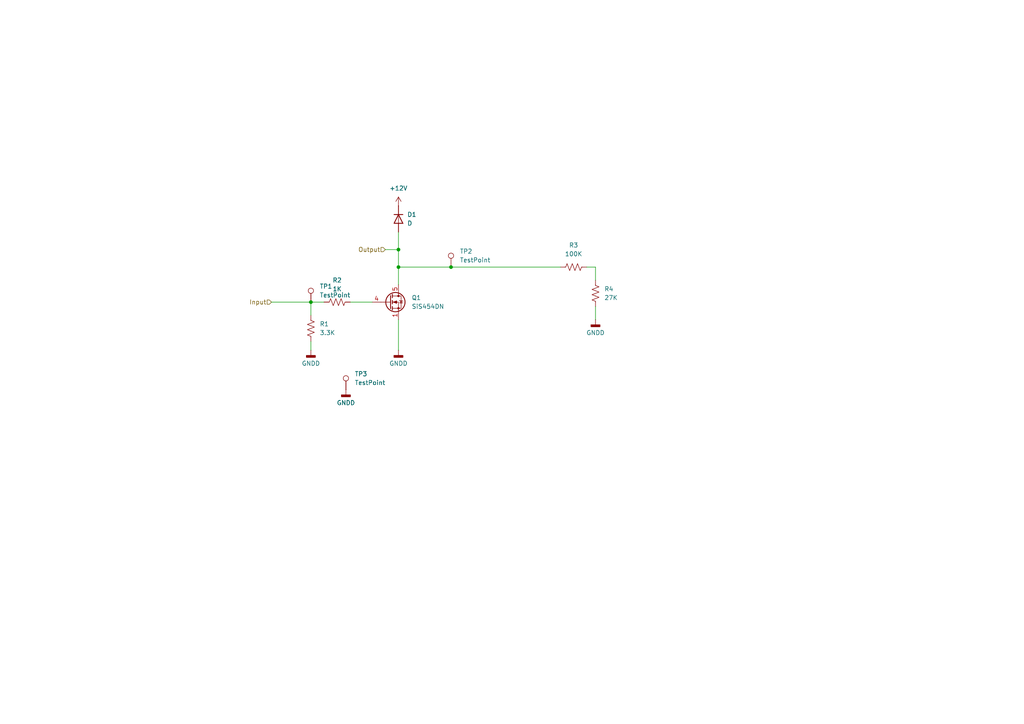
<source format=kicad_sch>
(kicad_sch (version 20231120) (generator "eeschema") (generator_version "8.0")
  (paper "A4")
  (lib_symbols
    (symbol "Connector:TestPoint" (pin_numbers hide) (pin_names (offset 0.762) hide)
      (property "Reference" "TP" (at 0 6.858 0))
      (property "Value" "TestPoint" (at 0 5.08 0))
      (symbol "TestPoint_0_1"
        (circle (center 0 3.302) (radius 0.762))
      )
      (symbol "TestPoint_1_1"
        (pin passive line (at 0 0 90) (length 2.54) (name "1") (number "1"))
      )
    )
    (symbol "Device:D" (pin_numbers hide) (pin_names (offset 1.016) hide)
      (property "Reference" "D" (at 0 2.54 0))
      (property "Value" "D" (at 0 -2.54 0))
      (symbol "D_0_1"
        (polyline (pts (xy -1.27 1.27) (xy -1.27 -1.27)) (stroke (width 0.254)))
        (polyline (pts (xy 1.27 0) (xy -1.27 0)))
        (polyline (pts (xy 1.27 1.27) (xy 1.27 -1.27) (xy -1.27 0) (xy 1.27 1.27)) (stroke (width 0.254)))
      )
      (symbol "D_1_1"
        (pin passive line (at -3.81 0 0) (length 2.54) (name "K") (number "1"))
        (pin passive line (at 3.81 0 180) (length 2.54) (name "A") (number "2"))
      )
    )
    (symbol "Device:R_US" (pin_numbers hide) (pin_names (offset 0))
      (property "Reference" "R" (at 2.54 0 90))
      (property "Value" "R_US" (at -2.54 0 90))
      (symbol "R_US_0_1"
        (polyline (pts (xy 0 -2.286) (xy 0 -2.54)))
        (polyline (pts (xy 0 2.286) (xy 0 2.54)))
        (polyline (pts (xy 0 -0.762) (xy 1.016 -1.143) (xy 0 -1.524) (xy -1.016 -1.905) (xy 0 -2.286)))
        (polyline (pts (xy 0 0.762) (xy 1.016 0.381) (xy 0 0) (xy -1.016 -0.381) (xy 0 -0.762)))
        (polyline (pts (xy 0 2.286) (xy 1.016 1.905) (xy 0 1.524) (xy -1.016 1.143) (xy 0 0.762)))
      )
      (symbol "R_US_1_1"
        (pin passive line (at 0 3.81 270) (length 1.27) (name "~") (number "1"))
        (pin passive line (at 0 -3.81 90) (length 1.27) (name "~") (number "2"))
      )
    )
    (symbol "Transistor_FET:SiS454DN" (pin_names hide)
      (property "Reference" "Q" (at 5.08 1.905 0))
      (property "Value" "SiS454DN" (at 5.08 0 0))
      (symbol "SiS454DN_0_1"
        (polyline (pts (xy 0.254 0) (xy -2.54 0)))
        (polyline (pts (xy 0.254 1.905) (xy 0.254 -1.905)) (stroke (width 0.254)))
        (polyline (pts (xy 0.762 -1.27) (xy 0.762 -2.286)) (stroke (width 0.254)))
        (polyline (pts (xy 0.762 0.508) (xy 0.762 -0.508)) (stroke (width 0.254)))
        (polyline (pts (xy 0.762 2.286) (xy 0.762 1.27)) (stroke (width 0.254)))
        (polyline (pts (xy 2.54 2.54) (xy 2.54 1.778)))
        (polyline (pts (xy 2.54 -2.54) (xy 2.54 0) (xy 0.762 0)))
        (polyline (pts (xy 0.762 -1.778) (xy 3.302 -1.778) (xy 3.302 1.778) (xy 0.762 1.778)))
        (polyline (pts (xy 1.016 0) (xy 2.032 0.381) (xy 2.032 -0.381) (xy 1.016 0)) (fill (type outline)))
        (polyline (pts (xy 2.794 0.508) (xy 2.921 0.381) (xy 3.683 0.381) (xy 3.81 0.254)))
        (polyline (pts (xy 3.302 0.381) (xy 2.921 -0.254) (xy 3.683 -0.254) (xy 3.302 0.381)))
        (circle (center 1.651 0) (radius 2.794) (stroke (width 0.254)))
        (circle (center 2.54 -1.778) (radius 0.254) (fill (type outline)))
        (circle (center 2.54 1.778) (radius 0.254) (fill (type outline)))
      )
      (symbol "SiS454DN_1_1"
        (pin passive line (at 2.54 -5.08 90) (length 2.54) (name "S") (number "1"))
        (pin passive line (at 2.54 -5.08 90) (length 2.54) hide (name "S") (number "2"))
        (pin passive line (at 2.54 -5.08 90) (length 2.54) hide (name "S") (number "3"))
        (pin input line (at -5.08 0 0) (length 2.54) (name "G") (number "4"))
        (pin passive line (at 2.54 5.08 270) (length 2.54) (name "D") (number "5"))
      )
    )
    (symbol "power:+12V" (power) (pin_numbers hide) (pin_names (offset 0) hide)
      (property "Value" "+12V" (at 0 3.556 0))
      (symbol "+12V_0_1"
        (polyline (pts (xy -0.762 1.27) (xy 0 2.54)))
        (polyline (pts (xy 0 0) (xy 0 2.54)))
        (polyline (pts (xy 0 2.54) (xy 0.762 1.27)))
      )
      (symbol "+12V_1_1"
        (pin power_in line (at 0 0 90) (length 0) (name "~") (number "1"))
      )
    )
    (symbol "power:GNDD" (power) (pin_numbers hide) (pin_names (offset 0) hide)
      (property "Value" "GNDD" (at 0 -3.175 0))
      (symbol "GNDD_0_1"
        (rectangle (start -1.27 -1.524) (end 1.27 -2.032) (stroke (width 0.254)) (fill (type outline)))
        (polyline (pts (xy 0 0) (xy 0 -1.524)))
      )
      (symbol "GNDD_1_1"
        (pin power_in line (at 0 0 270) (length 0) (name "~") (number "1"))
      )
    )
  )
  (junction (at 115.57 77.47))
  (junction (at 130.81 77.47))
  (junction (at 115.57 72.39))
  (junction (at 90.17 87.63))
  (wire (pts (xy 78.74 87.63) (xy 90.17 87.63)))
  (wire (pts (xy 115.57 77.47) (xy 130.81 77.47)))
  (wire (pts (xy 90.17 87.63) (xy 93.98 87.63)))
  (wire (pts (xy 170.18 77.47) (xy 172.72 77.47)))
  (wire (pts (xy 111.76 72.39) (xy 115.57 72.39)))
  (wire (pts (xy 115.57 67.31) (xy 115.57 72.39)))
  (wire (pts (xy 172.72 88.9) (xy 172.72 92.71)))
  (wire (pts (xy 90.17 99.06) (xy 90.17 101.6)))
  (wire (pts (xy 172.72 77.47) (xy 172.72 81.28)))
  (wire (pts (xy 115.57 72.39) (xy 115.57 77.47)))
  (wire (pts (xy 115.57 92.71) (xy 115.57 101.6)))
  (wire (pts (xy 90.17 91.44) (xy 90.17 87.63)))
  (wire (pts (xy 115.57 82.55) (xy 115.57 77.47)))
  (wire (pts (xy 101.6 87.63) (xy 107.95 87.63)))
  (wire (pts (xy 130.81 77.47) (xy 162.56 77.47)))
  (hierarchical_label "Output" (shape input) (at 111.76 72.39 180))
  (hierarchical_label "Input" (shape input) (at 78.74 87.63 180))
  (symbol (lib_id "Device:R_US") (at 90.17 95.25 180) (unit 1)
    (property "Reference" "R1" (at 92.71 93.9799 0) (effects (justify right)))
    (property "Value" "3.3K" (at 92.71 96.5199 0) (effects (justify right)))
    (property "Footprint" "Resistor_SMD:R_0603_1608Metric_Pad0.98x0.95mm_HandSolder" (effects (hide yes)))
    (property "Datasheet" "https://www.yageo.com/upload/media/product/products/datasheet/rchip/PYu-RC_Group_51_RoHS_L_12.pdf" (effects (hide yes)))
    (property "Description" "Resistor, US symbol" (effects (hide yes)))
    (property "Purchase" "https://www.digikey.com/en/products/detail/yageo/RC0603JR-073K3L/726757?_gl=1*oprbzy*_up*MQ..&gclid=Cj0KCQjwj4K5BhDYARIsAD1Ly2qquIi0HITcnSJzEILMOtvyCB9wPLUQOH5qAcVxd7LGVxbBaQts_tIaAkVREALw_wcB" (effects (hide yes)))
  )
  (symbol (lib_id "power:GNDD") (at 100.33 113.03 0) (unit 1)
    (property "Reference" "#PWR07" (effects (hide yes)))
    (property "Value" "GNDD" (at 100.33 116.84 0))
    (property "Description" "Power symbol creates a global label with name \"GNDD\" , digital ground" (effects (hide yes)))
  )
  (symbol (lib_id "Device:R_US") (at 172.72 85.09 180) (unit 1)
    (property "Reference" "R4" (at 175.26 83.8199 0) (effects (justify right)))
    (property "Value" "27K" (at 175.26 86.3599 0) (effects (justify right)))
    (property "Footprint" "Resistor_SMD:R_0603_1608Metric_Pad0.98x0.95mm_HandSolder" (effects (hide yes)))
    (property "Datasheet" "https://www.yageo.com/upload/media/product/products/datasheet/rchip/PYu-RC_Group_51_RoHS_L_12.pdf" (effects (hide yes)))
    (property "Description" "Resistor, US symbol" (effects (hide yes)))
    (property "Purchase" "https://www.digikey.com/en/products/detail/yageo/RC0603JR-0727KL/726752" (effects (hide yes)))
  )
  (symbol (lib_id "Device:R_US") (at 97.79 87.63 90) (unit 1)
    (property "Reference" "R2" (at 97.79 81.28 90))
    (property "Value" "1K" (at 97.79 83.82 90))
    (property "Footprint" "Resistor_SMD:R_0603_1608Metric_Pad0.98x0.95mm_HandSolder" (effects (hide yes)))
    (property "Datasheet" "https://www.yageo.com/upload/media/product/products/datasheet/rchip/PYu-RC_Group_51_RoHS_L_12.pdf" (effects (hide yes)))
    (property "Description" "Resistor, US symbol" (effects (hide yes)))
    (property "Purchase" "https://www.digikey.com/en/products/detail/yageo/RC0603JR-071KL/726677?_gl=1*1an2o6r*_up*MQ..&gclid=Cj0KCQjwj4K5BhDYARIsAD1Ly2qquIi0HITcnSJzEILMOtvyCB9wPLUQOH5qAcVxd7LGVxbBaQts_tIaAkVREALw_wcB" (effects (hide yes)))
  )
  (symbol (lib_id "Connector:TestPoint") (at 130.81 77.47 0) (unit 1)
    (property "Reference" "TP2" (at 133.35 72.8979 0) (effects (justify left)))
    (property "Value" "TestPoint" (at 133.35 75.4379 0) (effects (justify left)))
    (property "Footprint" "TestPoint:TestPoint_Loop_D2.54mm_Drill1.5mm_Beaded" (effects (hide yes)))
    (property "Datasheet" "https://www.keyelco.com/userAssets/file/M65p56.pdf" (effects (hide yes)))
    (property "Description" "test point" (effects (hide yes)))
    (property "Purchase" "https://www.digikey.com/en/products/detail/keystone-electronics/5000/255326" (effects (hide yes)))
  )
  (symbol (lib_id "Device:R_US") (at 166.37 77.47 90) (unit 1)
    (property "Reference" "R3" (at 166.37 71.12 90))
    (property "Value" "100K" (at 166.37 73.66 90))
    (property "Footprint" "Resistor_SMD:R_0603_1608Metric_Pad0.98x0.95mm_HandSolder" (effects (hide yes)))
    (property "Datasheet" "https://www.yageo.com/upload/media/product/products/datasheet/rchip/PYu-RC_Group_51_RoHS_L_12.pdf" (effects (hide yes)))
    (property "Description" "Resistor, US symbol" (effects (hide yes)))
    (property "Purchase" "https://www.digikey.com/en/products/detail/yageo/RC0603JR-13100KL/13694230?_gl=1*1eq4xmo*_up*MQ..&gclid=Cj0KCQjwj4K5BhDYARIsAD1Ly2qquIi0HITcnSJzEILMOtvyCB9wPLUQOH5qAcVxd7LGVxbBaQts_tIaAkVREALw_wcB" (effects (hide yes)))
  )
  (symbol (lib_id "Connector:TestPoint") (at 100.33 113.03 0) (unit 1)
    (property "Reference" "TP3" (at 102.87 108.4579 0) (effects (justify left)))
    (property "Value" "TestPoint" (at 102.87 110.9979 0) (effects (justify left)))
    (property "Footprint" "TestPoint:TestPoint_Loop_D2.54mm_Drill1.5mm_Beaded" (effects (hide yes)))
    (property "Datasheet" "https://www.keyelco.com/userAssets/file/M65p56.pdf" (effects (hide yes)))
    (property "Description" "test point" (effects (hide yes)))
    (property "Purchase" "https://www.digikey.com/en/products/detail/keystone-electronics/5000/255326" (effects (hide yes)))
  )
  (symbol (lib_id "Device:D") (at 115.57 63.5 270) (unit 1)
    (property "Reference" "D1" (at 118.11 62.2299 90) (effects (justify left)))
    (property "Value" "D" (at 118.11 64.7699 90) (effects (justify left)))
    (property "Footprint" "Diode_SMD:D_SOD-123" (effects (hide yes)))
    (property "Description" "Diode" (effects (hide yes)))
    (property "Sim.Device" "D" (effects (hide yes)))
    (property "Sim.Pins" "1=K 2=A" (effects (hide yes)))
  )
  (symbol (lib_id "power:GNDD") (at 172.72 92.71 0) (unit 1)
    (property "Reference" "#PWR03" (effects (hide yes)))
    (property "Value" "GNDD" (at 172.72 96.52 0))
    (property "Description" "Power symbol creates a global label with name \"GNDD\" , digital ground" (effects (hide yes)))
  )
  (symbol (lib_id "Connector:TestPoint") (at 90.17 87.63 0) (unit 1)
    (property "Reference" "TP1" (at 92.71 83.0579 0) (effects (justify left)))
    (property "Value" "TestPoint" (at 92.71 85.5979 0) (effects (justify left)))
    (property "Footprint" "TestPoint:TestPoint_Loop_D2.54mm_Drill1.5mm_Beaded" (effects (hide yes)))
    (property "Datasheet" "https://www.keyelco.com/userAssets/file/M65p56.pdf" (effects (hide yes)))
    (property "Description" "test point" (effects (hide yes)))
    (property "Purchase" "https://www.digikey.com/en/products/detail/keystone-electronics/5000/255326" (effects (hide yes)))
  )
  (symbol (lib_id "Transistor_FET:SiS454DN") (at 113.03 87.63 0) (unit 1)
    (property "Reference" "Q1" (at 119.38 86.3599 0) (effects (justify left)))
    (property "Value" "SiS454DN" (at 119.38 88.8999 0) (effects (justify left)))
    (property "Footprint" "Package_SO:Vishay_PowerPAK_1212-8_Single" (effects (hide yes)))
    (property "Datasheet" "https://www.vishay.com/docs/66707/sis454dn.pdf" (effects (hide yes)))
    (property "Description" "35A Id, 20V Vds, N-Channel MOSFET, PowerPAK 1212-8 Single" (effects (hide yes)))
    (property "Purchase" "https://www.digikey.com/en/products/detail/vishay-siliconix/SIS454DN-T1-GE3/2441826?s=N4IgTCBcDaIMoEs4BYCsyAiA5EBdAvkA" (effects (hide yes)))
  )
  (symbol (lib_id "power:+12V") (at 115.57 59.69 0) (unit 1)
    (property "Reference" "#PWR08" (effects (hide yes)))
    (property "Value" "+12V" (at 115.57 54.61 0))
    (property "Description" "Power symbol creates a global label with name \"+12V\"" (effects (hide yes)))
  )
  (symbol (lib_id "power:GNDD") (at 115.57 101.6 0) (unit 1)
    (property "Reference" "#PWR02" (effects (hide yes)))
    (property "Value" "GNDD" (at 115.57 105.41 0))
    (property "Description" "Power symbol creates a global label with name \"GNDD\" , digital ground" (effects (hide yes)))
  )
  (symbol (lib_id "power:GNDD") (at 90.17 101.6 0) (unit 1)
    (property "Reference" "#PWR01" (effects (hide yes)))
    (property "Value" "GNDD" (at 90.17 105.41 0))
    (property "Description" "Power symbol creates a global label with name \"GNDD\" , digital ground" (effects (hide yes)))
  )
)
</source>
